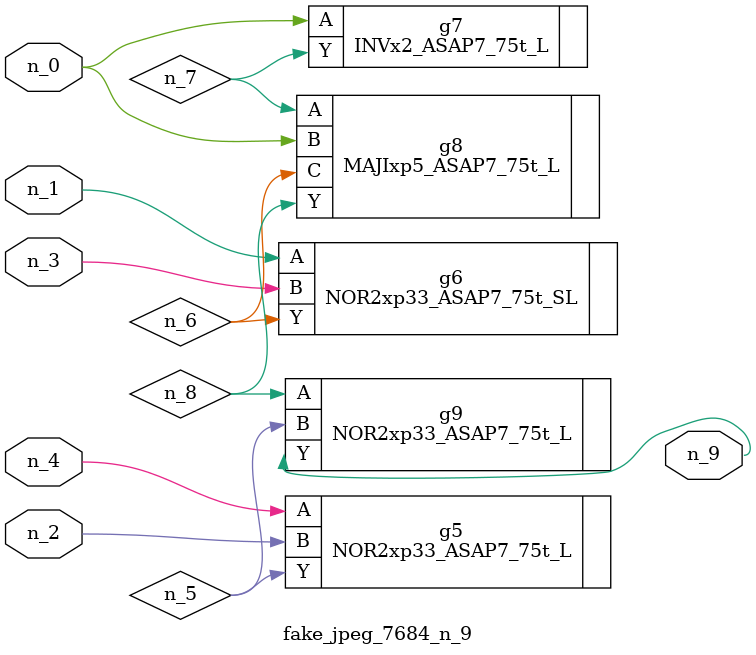
<source format=v>
module fake_jpeg_7684_n_9 (n_3, n_2, n_1, n_0, n_4, n_9);

input n_3;
input n_2;
input n_1;
input n_0;
input n_4;

output n_9;

wire n_8;
wire n_6;
wire n_5;
wire n_7;

NOR2xp33_ASAP7_75t_L g5 ( 
.A(n_4),
.B(n_2),
.Y(n_5)
);

NOR2xp33_ASAP7_75t_SL g6 ( 
.A(n_1),
.B(n_3),
.Y(n_6)
);

INVx2_ASAP7_75t_L g7 ( 
.A(n_0),
.Y(n_7)
);

MAJIxp5_ASAP7_75t_L g8 ( 
.A(n_7),
.B(n_0),
.C(n_6),
.Y(n_8)
);

NOR2xp33_ASAP7_75t_L g9 ( 
.A(n_8),
.B(n_5),
.Y(n_9)
);


endmodule
</source>
